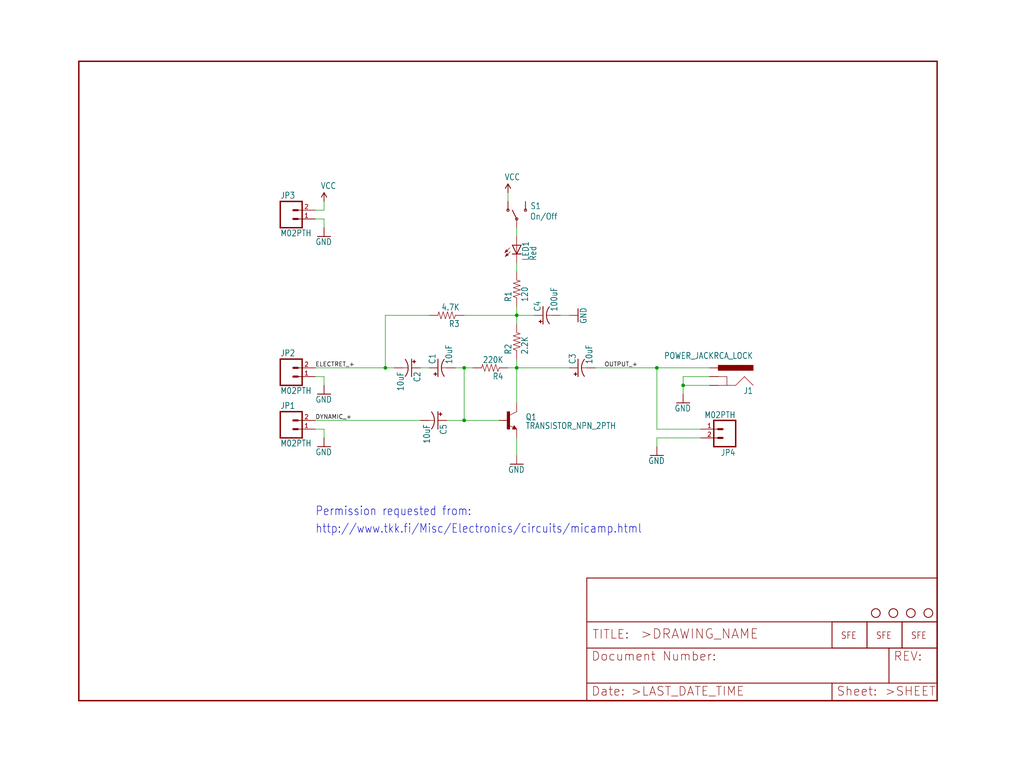
<source format=kicad_sch>
(kicad_sch (version 20211123) (generator eeschema)
  (paper "User" 297.002 223.926)
  (lib_symbols
    (symbol "schematicEagle-eagle-import:CAP_POLPTH1"
      (property "Reference" "C" (at 1.016 0.635 0))
      (property "Value" "CAP_POLPTH1" (at 1.016 -4.191 0))
      (symbol "CAP_POLPTH1_1_0"
        (rectangle (start -2.253 0.668) (end -1.364 0.795) (fill (type outline)))
        (rectangle (start -1.872 0.287) (end -1.745 1.176) (fill (type outline)))
        (arc (start 0 -1.0161) (mid -1.3021 -1.2302) (end -2.4669 -1.8504) (stroke (width 0.254)))
        (polyline (pts (xy -2.54 0) (xy 2.54 0)) (stroke (width 0.254)))
        (polyline (pts (xy 0 -1.016) (xy 0 -2.54)) (stroke (width 0.1524)))
        (arc (start 2.4892 -1.8542) (mid 1.3158 -1.2195) (end 0 -1) (stroke (width 0.254)))
        (pin passive line (at 0 2.54 270) (length 2.54) (name "+") (number "1"))
        (pin passive line (at 0 -5.08 90) (length 2.54) (name "-") (number "2"))
      )
    )
    (symbol "schematicEagle-eagle-import:CAP_POLPTH2"
      (property "Reference" "C" (at 1.016 0.635 0))
      (property "Value" "CAP_POLPTH2" (at 1.016 -4.191 0))
      (symbol "CAP_POLPTH2_1_0"
        (rectangle (start -2.253 0.668) (end -1.364 0.795) (fill (type outline)))
        (rectangle (start -1.872 0.287) (end -1.745 1.176) (fill (type outline)))
        (arc (start 0 -1.0161) (mid -1.3021 -1.2302) (end -2.4669 -1.8504) (stroke (width 0.254)))
        (polyline (pts (xy -2.54 0) (xy 2.54 0)) (stroke (width 0.254)))
        (polyline (pts (xy 0 -1.016) (xy 0 -2.54)) (stroke (width 0.1524)))
        (arc (start 2.4892 -1.8542) (mid 1.3158 -1.2195) (end 0 -1) (stroke (width 0.254)))
        (pin passive line (at 0 2.54 270) (length 2.54) (name "+") (number "1"))
        (pin passive line (at 0 -5.08 90) (length 2.54) (name "-") (number "2"))
      )
    )
    (symbol "schematicEagle-eagle-import:FRAME-LETTER"
      (symbol "FRAME-LETTER_1_0"
        (polyline (pts (xy 0 0) (xy 248.92 0)) (stroke (width 0.4064)))
        (polyline (pts (xy 0 185.42) (xy 0 0)) (stroke (width 0.4064)))
        (polyline (pts (xy 0 185.42) (xy 248.92 185.42)) (stroke (width 0.4064)))
        (polyline (pts (xy 248.92 185.42) (xy 248.92 0)) (stroke (width 0.4064)))
      )
      (symbol "FRAME-LETTER_2_0"
        (polyline (pts (xy 0 0) (xy 0 5.08)) (stroke (width 0.254)))
        (polyline (pts (xy 0 0) (xy 71.12 0)) (stroke (width 0.254)))
        (polyline (pts (xy 0 5.08) (xy 0 15.24)) (stroke (width 0.254)))
        (polyline (pts (xy 0 5.08) (xy 71.12 5.08)) (stroke (width 0.254)))
        (polyline (pts (xy 0 15.24) (xy 0 22.86)) (stroke (width 0.254)))
        (polyline (pts (xy 0 22.86) (xy 0 35.56)) (stroke (width 0.254)))
        (polyline (pts (xy 0 22.86) (xy 101.6 22.86)) (stroke (width 0.254)))
        (polyline (pts (xy 71.12 0) (xy 101.6 0)) (stroke (width 0.254)))
        (polyline (pts (xy 71.12 5.08) (xy 71.12 0)) (stroke (width 0.254)))
        (polyline (pts (xy 71.12 5.08) (xy 87.63 5.08)) (stroke (width 0.254)))
        (polyline (pts (xy 87.63 5.08) (xy 101.6 5.08)) (stroke (width 0.254)))
        (polyline (pts (xy 87.63 15.24) (xy 0 15.24)) (stroke (width 0.254)))
        (polyline (pts (xy 87.63 15.24) (xy 87.63 5.08)) (stroke (width 0.254)))
        (polyline (pts (xy 101.6 5.08) (xy 101.6 0)) (stroke (width 0.254)))
        (polyline (pts (xy 101.6 15.24) (xy 87.63 15.24)) (stroke (width 0.254)))
        (polyline (pts (xy 101.6 15.24) (xy 101.6 5.08)) (stroke (width 0.254)))
        (polyline (pts (xy 101.6 22.86) (xy 101.6 15.24)) (stroke (width 0.254)))
        (polyline (pts (xy 101.6 35.56) (xy 0 35.56)) (stroke (width 0.254)))
        (polyline (pts (xy 101.6 35.56) (xy 101.6 22.86)) (stroke (width 0.254)))
        (text ">DRAWING_NAME" (at 15.494 17.78 0) (effects (font (size 2.7432 2.7432)) (justify left bottom)))
        (text ">LAST_DATE_TIME" (at 12.7 1.27 0) (effects (font (size 2.54 2.54)) (justify left bottom)))
        (text ">SHEET" (at 86.36 1.27 0) (effects (font (size 2.54 2.54)) (justify left bottom)))
        (text "Date:" (at 1.27 1.27 0) (effects (font (size 2.54 2.54)) (justify left bottom)))
        (text "Document Number:" (at 1.27 11.43 0) (effects (font (size 2.54 2.54)) (justify left bottom)))
        (text "REV:" (at 88.9 11.43 0) (effects (font (size 2.54 2.54)) (justify left bottom)))
        (text "Sheet:" (at 72.39 1.27 0) (effects (font (size 2.54 2.54)) (justify left bottom)))
        (text "TITLE:" (at 1.524 17.78 0) (effects (font (size 2.54 2.54)) (justify left bottom)))
      )
    )
    (symbol "schematicEagle-eagle-import:GND" (power)
      (property "Value" "GND" (at -2.54 -2.54 0))
      (symbol "GND_1_0"
        (polyline (pts (xy -1.905 0) (xy 1.905 0)) (stroke (width 0.254)))
        (pin power_in line (at 0 2.54 270) (length 2.54) (name "GND") (number "1"))
      )
    )
    (symbol "schematicEagle-eagle-import:LED5MM"
      (property "Reference" "LED" (at 3.556 -4.572 90))
      (property "Value" "LED5MM" (at 5.715 -4.572 90))
      (symbol "LED5MM_1_0"
        (polyline (pts (xy -2.032 -0.762) (xy -3.429 -2.159)) (stroke (width 0.1524)))
        (polyline (pts (xy -1.905 -1.905) (xy -3.302 -3.302)) (stroke (width 0.1524)))
        (polyline (pts (xy 0 -2.54) (xy -1.27 -2.54)) (stroke (width 0.254)))
        (polyline (pts (xy 0 -2.54) (xy -1.27 0)) (stroke (width 0.254)))
        (polyline (pts (xy 0 0) (xy -1.27 0)) (stroke (width 0.254)))
        (polyline (pts (xy 0 0) (xy 0 -2.54)) (stroke (width 0.1524)))
        (polyline (pts (xy 1.27 -2.54) (xy 0 -2.54)) (stroke (width 0.254)))
        (polyline (pts (xy 1.27 0) (xy 0 -2.54)) (stroke (width 0.254)))
        (polyline (pts (xy 1.27 0) (xy 0 0)) (stroke (width 0.254)))
        (polyline (pts (xy -3.429 -2.159) (xy -3.048 -1.27) (xy -2.54 -1.778)) (fill (type outline)))
        (polyline (pts (xy -3.302 -3.302) (xy -2.921 -2.413) (xy -2.413 -2.921)) (fill (type outline)))
        (pin passive line (at 0 2.54 270) (length 2.54) (name "A") (number "A"))
        (pin passive line (at 0 -5.08 90) (length 2.54) (name "C") (number "K"))
      )
    )
    (symbol "schematicEagle-eagle-import:LOGO-SFENW2"
      (symbol "LOGO-SFENW2_1_0"
        (polyline (pts (xy -2.54 -2.54) (xy 7.62 -2.54)) (stroke (width 0.254)))
        (polyline (pts (xy -2.54 5.08) (xy -2.54 -2.54)) (stroke (width 0.254)))
        (polyline (pts (xy 7.62 -2.54) (xy 7.62 5.08)) (stroke (width 0.254)))
        (polyline (pts (xy 7.62 5.08) (xy -2.54 5.08)) (stroke (width 0.254)))
        (text "SFE" (at 0 0 0) (effects (font (size 1.9304 1.6408)) (justify left bottom)))
      )
    )
    (symbol "schematicEagle-eagle-import:LOGO-SFESK"
      (symbol "LOGO-SFESK_1_0"
        (polyline (pts (xy -2.54 -2.54) (xy 7.62 -2.54)) (stroke (width 0.254)))
        (polyline (pts (xy -2.54 5.08) (xy -2.54 -2.54)) (stroke (width 0.254)))
        (polyline (pts (xy 7.62 -2.54) (xy 7.62 5.08)) (stroke (width 0.254)))
        (polyline (pts (xy 7.62 5.08) (xy -2.54 5.08)) (stroke (width 0.254)))
        (text "SFE" (at 0 0 0) (effects (font (size 1.9304 1.6408)) (justify left bottom)))
      )
    )
    (symbol "schematicEagle-eagle-import:M02PTH"
      (property "Reference" "JP" (at -2.54 5.842 0))
      (property "Value" "M02PTH" (at -2.54 -5.08 0))
      (symbol "M02PTH_1_0"
        (polyline (pts (xy -2.54 5.08) (xy -2.54 -2.54)) (stroke (width 0.4064)))
        (polyline (pts (xy -2.54 5.08) (xy 3.81 5.08)) (stroke (width 0.4064)))
        (polyline (pts (xy 1.27 0) (xy 2.54 0)) (stroke (width 0.6096)))
        (polyline (pts (xy 1.27 2.54) (xy 2.54 2.54)) (stroke (width 0.6096)))
        (polyline (pts (xy 3.81 -2.54) (xy -2.54 -2.54)) (stroke (width 0.4064)))
        (polyline (pts (xy 3.81 -2.54) (xy 3.81 5.08)) (stroke (width 0.4064)))
        (pin passive line (at 7.62 0 180) (length 5.08) (name "1") (number "1"))
        (pin passive line (at 7.62 2.54 180) (length 5.08) (name "2") (number "2"))
      )
    )
    (symbol "schematicEagle-eagle-import:POWER_JACKRCA_LOCK"
      (property "Reference" "J" (at -10.16 0 0))
      (property "Value" "POWER_JACKRCA_LOCK" (at -10.16 10.16 0))
      (symbol "POWER_JACKRCA_LOCK_1_0"
        (rectangle (start -10.16 6.858) (end 0 8.382) (fill (type outline)))
        (polyline (pts (xy -10.16 2.54) (xy -7.62 5.08)) (stroke (width 0.1524)))
        (polyline (pts (xy -7.62 5.08) (xy -5.08 2.54)) (stroke (width 0.1524)))
        (polyline (pts (xy -5.08 2.54) (xy -2.54 2.54)) (stroke (width 0.1524)))
        (polyline (pts (xy -2.54 2.54) (xy -2.54 5.08)) (stroke (width 0.1524)))
        (polyline (pts (xy -2.54 2.54) (xy 0 2.54)) (stroke (width 0.1524)))
        (polyline (pts (xy -2.54 5.08) (xy 0 5.08)) (stroke (width 0.1524)))
        (pin bidirectional line (at 2.54 2.54 180) (length 2.54) (name "GND") (number "BARREL"))
        (pin bidirectional line (at 2.54 7.62 180) (length 2.54) (name "PWR") (number "BREAK"))
        (pin bidirectional line (at 2.54 5.08 180) (length 2.54) (name "GNDBREAK") (number "SPRING"))
      )
    )
    (symbol "schematicEagle-eagle-import:RESISTORPTH1"
      (property "Reference" "R" (at -3.81 1.4986 0))
      (property "Value" "RESISTORPTH1" (at -3.81 -3.302 0))
      (symbol "RESISTORPTH1_1_0"
        (polyline (pts (xy -2.54 0) (xy -2.159 1.016)) (stroke (width 0.1524)))
        (polyline (pts (xy -2.159 1.016) (xy -1.524 -1.016)) (stroke (width 0.1524)))
        (polyline (pts (xy -1.524 -1.016) (xy -0.889 1.016)) (stroke (width 0.1524)))
        (polyline (pts (xy -0.889 1.016) (xy -0.254 -1.016)) (stroke (width 0.1524)))
        (polyline (pts (xy -0.254 -1.016) (xy 0.381 1.016)) (stroke (width 0.1524)))
        (polyline (pts (xy 0.381 1.016) (xy 1.016 -1.016)) (stroke (width 0.1524)))
        (polyline (pts (xy 1.016 -1.016) (xy 1.651 1.016)) (stroke (width 0.1524)))
        (polyline (pts (xy 1.651 1.016) (xy 2.286 -1.016)) (stroke (width 0.1524)))
        (polyline (pts (xy 2.286 -1.016) (xy 2.54 0)) (stroke (width 0.1524)))
        (pin passive line (at -5.08 0 0) (length 2.54) (name "1") (number "P$1"))
        (pin passive line (at 5.08 0 180) (length 2.54) (name "2") (number "P$2"))
      )
    )
    (symbol "schematicEagle-eagle-import:STAND-OFF"
      (symbol "STAND-OFF_1_0"
        (circle (center 0 0) (radius 1.27) (stroke (width 0.254)))
      )
    )
    (symbol "schematicEagle-eagle-import:SWITCH-SPSTPTH_LOCK"
      (property "Reference" "S" (at -1.905 -6.35 0))
      (property "Value" "SWITCH-SPSTPTH_LOCK" (at -2.54 3.81 0))
      (symbol "SWITCH-SPSTPTH_LOCK_1_0"
        (polyline (pts (xy 0 0) (xy 2.54 1.27)) (stroke (width 0.254)))
        (polyline (pts (xy 2.54 -2.54) (xy 3.175 -2.54)) (stroke (width 0.127)))
        (polyline (pts (xy 2.54 2.54) (xy 3.175 2.54)) (stroke (width 0.1524)))
        (circle (center 0 0) (radius 0.3592) (stroke (width 0.2032)))
        (circle (center 2.54 -2.54) (radius 0.3592) (stroke (width 0.2032)))
        (circle (center 2.54 2.54) (radius 0.3592) (stroke (width 0.2032)))
        (pin passive line (at 5.08 2.54 180) (length 2.54) (name "O") (number "1"))
        (pin passive line (at -2.54 0 0) (length 2.54) (name "P") (number "2"))
        (pin passive line (at 5.08 -2.54 180) (length 2.54) (name "S") (number "3"))
      )
    )
    (symbol "schematicEagle-eagle-import:TRANSISTOR_NPN_2PTH"
      (property "Value" "TRANSISTOR_NPN_2PTH" (at 5.08 -2.54 0))
      (symbol "TRANSISTOR_NPN_2PTH_1_0"
        (rectangle (start -0.254 -2.54) (end 0.508 2.54) (fill (type outline)))
        (polyline (pts (xy 1.27 -2.54) (xy 1.778 -1.524)) (stroke (width 0.1524)))
        (polyline (pts (xy 1.524 -2.413) (xy 2.286 -2.413)) (stroke (width 0.254)))
        (polyline (pts (xy 1.524 -2.286) (xy 1.905 -2.286)) (stroke (width 0.254)))
        (polyline (pts (xy 1.54 -2.04) (xy 0.308 -1.424)) (stroke (width 0.1524)))
        (polyline (pts (xy 1.778 -1.778) (xy 1.524 -2.286)) (stroke (width 0.254)))
        (polyline (pts (xy 1.778 -1.524) (xy 2.54 -2.54)) (stroke (width 0.1524)))
        (polyline (pts (xy 1.905 -2.286) (xy 1.778 -2.032)) (stroke (width 0.254)))
        (polyline (pts (xy 2.286 -2.413) (xy 1.778 -1.778)) (stroke (width 0.254)))
        (polyline (pts (xy 2.54 -2.54) (xy 1.27 -2.54)) (stroke (width 0.1524)))
        (polyline (pts (xy 2.54 2.54) (xy 0.508 1.524)) (stroke (width 0.1524)))
        (pin passive line (at 2.54 5.08 270) (length 2.54) (name "C") (number "1"))
        (pin passive line (at -2.54 0 0) (length 2.54) (name "B") (number "2"))
        (pin passive line (at 2.54 -5.08 90) (length 2.54) (name "E") (number "3"))
      )
    )
    (symbol "schematicEagle-eagle-import:VCC" (power)
      (property "Value" "VCC" (at -1.016 3.556 0))
      (symbol "VCC_1_0"
        (polyline (pts (xy 0 2.54) (xy -0.762 1.27)) (stroke (width 0.254)))
        (polyline (pts (xy 0.762 1.27) (xy 0 2.54)) (stroke (width 0.254)))
        (pin power_in line (at 0 0 90) (length 2.54) (name "VCC") (number "1"))
      )
    )
  )
  (junction (at 149.86 91.44))
  (junction (at 198.12 111.76))
  (junction (at 134.62 121.92))
  (junction (at 111.76 106.68))
  (junction (at 149.86 106.68))
  (junction (at 190.5 106.68))
  (junction (at 134.62 106.68))
  (wire (pts (xy 129.54 121.92) (xy 134.62 121.92)))
  (wire (pts (xy 144.78 121.92) (xy 134.62 121.92)))
  (wire (pts (xy 149.86 66.04) (xy 149.86 68.58)))
  (wire (pts (xy 149.86 106.68) (xy 149.86 104.14)))
  (wire (pts (xy 205.74 111.76) (xy 198.12 111.76)))
  (wire (pts (xy 121.92 106.68) (xy 124.46 106.68)))
  (wire (pts (xy 134.62 106.68) (xy 137.16 106.68)))
  (wire (pts (xy 190.5 106.68) (xy 205.74 106.68)))
  (wire (pts (xy 149.86 78.74) (xy 149.86 76.2)))
  (wire (pts (xy 147.32 106.68) (xy 149.86 106.68)))
  (wire (pts (xy 91.44 63.5) (xy 93.98 63.5)))
  (wire (pts (xy 149.86 93.98) (xy 149.86 91.44)))
  (wire (pts (xy 114.3 106.68) (xy 111.76 106.68)))
  (wire (pts (xy 154.94 91.44) (xy 149.86 91.44)))
  (wire (pts (xy 165.1 91.44) (xy 162.56 91.44)))
  (wire (pts (xy 205.74 109.22) (xy 198.12 109.22)))
  (wire (pts (xy 198.12 109.22) (xy 198.12 111.76)))
  (wire (pts (xy 149.86 91.44) (xy 134.62 91.44)))
  (wire (pts (xy 172.72 106.68) (xy 190.5 106.68)))
  (wire (pts (xy 91.44 60.96) (xy 93.98 60.96)))
  (wire (pts (xy 93.98 124.46) (xy 93.98 127)))
  (wire (pts (xy 121.92 121.92) (xy 91.44 121.92)))
  (wire (pts (xy 91.44 124.46) (xy 93.98 124.46)))
  (wire (pts (xy 149.86 116.84) (xy 149.86 106.68)))
  (wire (pts (xy 190.5 127) (xy 190.5 129.54)))
  (wire (pts (xy 149.86 91.44) (xy 149.86 88.9)))
  (wire (pts (xy 203.2 127) (xy 190.5 127)))
  (wire (pts (xy 190.5 124.46) (xy 203.2 124.46)))
  (wire (pts (xy 91.44 109.22) (xy 93.98 109.22)))
  (wire (pts (xy 190.5 106.68) (xy 190.5 124.46)))
  (wire (pts (xy 198.12 111.76) (xy 198.12 114.3)))
  (wire (pts (xy 147.32 55.88) (xy 147.32 58.42)))
  (wire (pts (xy 111.76 106.68) (xy 111.76 91.44)))
  (wire (pts (xy 93.98 109.22) (xy 93.98 111.76)))
  (wire (pts (xy 134.62 121.92) (xy 134.62 106.68)))
  (wire (pts (xy 149.86 132.08) (xy 149.86 127)))
  (wire (pts (xy 93.98 60.96) (xy 93.98 58.42)))
  (wire (pts (xy 111.76 91.44) (xy 124.46 91.44)))
  (wire (pts (xy 149.86 106.68) (xy 165.1 106.68)))
  (wire (pts (xy 111.76 106.68) (xy 91.44 106.68)))
  (wire (pts (xy 132.08 106.68) (xy 134.62 106.68)))
  (wire (pts (xy 93.98 63.5) (xy 93.98 66.04)))
  (text "Permission requested from:" (at 91.44 149.86 180) (effects (font (size 2.54 2.159)) (justify left bottom)))
  (text "http://www.tkk.fi/Misc/Electronics/circuits/micamp.html" (at 91.44 154.94 0) (effects (font (size 2.54 2.159)) (justify left bottom)))
  (label "ELECTRET_+" (at 91.44 106.68 0) (effects (font (size 1.2446 1.2446))))
  (label "DYNAMIC_+" (at 91.44 121.92 0) (effects (font (size 1.2446 1.2446))))
  (label "OUTPUT_+" (at 175.26 106.68 0) (effects (font (size 1.2446 1.2446))))
  (symbol (lib_id "schematicEagle-eagle-import:FRAME-LETTER") (at 170.18 203.2 0) (unit 2)
    (property "Reference" "#FRAME1" (effects hide))
    (property "Value" "FRAME-LETTER" (effects hide))
    (property "Footprint" "schematicEagle:" (effects hide))
  )
  (symbol (lib_id "schematicEagle-eagle-import:STAND-OFF") (at 264.16 177.8 0) (unit 1)
    (property "Reference" "U$3" (effects hide))
    (property "Value" "STAND-OFF" (effects hide))
    (property "Footprint" "schematicEagle:STAND-OFF" (effects hide))
  )
  (symbol (lib_id "schematicEagle-eagle-import:TRANSISTOR_NPN_2PTH") (at 147.32 121.92 0) (unit 1)
    (property "Reference" "Q1" (at 152.4 121.92 0) (effects (font (size 1.778 1.5113)) (justify left bottom)))
    (property "Value" "TRANSISTOR_NPN_2PTH" (at 152.4 124.46 0) (effects (font (size 1.778 1.5113)) (justify left bottom)))
    (property "Footprint" "schematicEagle:TO-92" (effects hide))
  )
  (symbol (lib_id "schematicEagle-eagle-import:GND") (at 149.86 134.62 0) (unit 1)
    (property "Reference" "#GND4" (effects hide))
    (property "Value" "GND" (at 147.32 137.16 0) (effects (font (size 1.778 1.5113)) (justify left bottom)))
    (property "Footprint" "schematicEagle:" (effects hide))
  )
  (symbol (lib_id "schematicEagle-eagle-import:FRAME-LETTER") (at 22.86 203.2 0) (unit 1)
    (property "Reference" "#FRAME1" (effects hide))
    (property "Value" "FRAME-LETTER" (effects hide))
    (property "Footprint" "schematicEagle:" (effects hide))
  )
  (symbol (lib_id "schematicEagle-eagle-import:GND") (at 190.5 132.08 0) (unit 1)
    (property "Reference" "#GND6" (effects hide))
    (property "Value" "GND" (at 187.96 134.62 0) (effects (font (size 1.778 1.5113)) (justify left bottom)))
    (property "Footprint" "schematicEagle:" (effects hide))
  )
  (symbol (lib_id "schematicEagle-eagle-import:LED5MM") (at 149.86 71.12 0) (unit 1)
    (property "Reference" "LED1" (at 153.416 75.692 90) (effects (font (size 1.778 1.5113)) (justify left bottom)))
    (property "Value" "Red" (at 155.575 75.692 90) (effects (font (size 1.778 1.5113)) (justify left bottom)))
    (property "Footprint" "schematicEagle:LED5MM" (effects hide))
  )
  (symbol (lib_id "schematicEagle-eagle-import:SWITCH-SPSTPTH_LOCK") (at 149.86 63.5 90) (unit 1)
    (property "Reference" "S1" (at 153.797 60.706 90) (effects (font (size 1.778 1.5113)) (justify right top)))
    (property "Value" "On/Off" (at 153.67 63.754 90) (effects (font (size 1.778 1.5113)) (justify right top)))
    (property "Footprint" "schematicEagle:SWITCH-SPDT_LOCK.007S" (effects hide))
  )
  (symbol (lib_id "schematicEagle-eagle-import:STAND-OFF") (at 269.24 177.8 0) (unit 1)
    (property "Reference" "U$2" (effects hide))
    (property "Value" "STAND-OFF" (effects hide))
    (property "Footprint" "schematicEagle:STAND-OFF" (effects hide))
  )
  (symbol (lib_id "schematicEagle-eagle-import:RESISTORPTH1") (at 142.24 106.68 180) (unit 1)
    (property "Reference" "R4" (at 146.05 108.1786 0) (effects (font (size 1.778 1.5113)) (justify left bottom)))
    (property "Value" "220K" (at 146.05 103.378 0) (effects (font (size 1.778 1.5113)) (justify left bottom)))
    (property "Footprint" "schematicEagle:AXIAL-0.3" (effects hide))
  )
  (symbol (lib_id "schematicEagle-eagle-import:VCC") (at 93.98 58.42 0) (unit 1)
    (property "Reference" "#P+2" (effects hide))
    (property "Value" "VCC" (at 92.964 54.864 0) (effects (font (size 1.778 1.5113)) (justify left bottom)))
    (property "Footprint" "schematicEagle:" (effects hide))
  )
  (symbol (lib_id "schematicEagle-eagle-import:GND") (at 93.98 114.3 0) (unit 1)
    (property "Reference" "#GND3" (effects hide))
    (property "Value" "GND" (at 91.44 116.84 0) (effects (font (size 1.778 1.5113)) (justify left bottom)))
    (property "Footprint" "schematicEagle:" (effects hide))
  )
  (symbol (lib_id "schematicEagle-eagle-import:CAP_POLPTH2") (at 127 121.92 270) (unit 1)
    (property "Reference" "C5" (at 127.635 122.936 0) (effects (font (size 1.778 1.5113)) (justify left bottom)))
    (property "Value" "10uF" (at 122.809 122.936 0) (effects (font (size 1.778 1.5113)) (justify left bottom)))
    (property "Footprint" "schematicEagle:CPOL-RADIAL-10UF-25V" (effects hide))
  )
  (symbol (lib_id "schematicEagle-eagle-import:M02PTH") (at 83.82 109.22 0) (unit 1)
    (property "Reference" "JP2" (at 81.28 103.378 0) (effects (font (size 1.778 1.5113)) (justify left bottom)))
    (property "Value" "M02PTH" (at 81.28 114.3 0) (effects (font (size 1.778 1.5113)) (justify left bottom)))
    (property "Footprint" "schematicEagle:1X02" (effects hide))
  )
  (symbol (lib_id "schematicEagle-eagle-import:GND") (at 93.98 68.58 0) (unit 1)
    (property "Reference" "#GND5" (effects hide))
    (property "Value" "GND" (at 91.44 71.12 0) (effects (font (size 1.778 1.5113)) (justify left bottom)))
    (property "Footprint" "schematicEagle:" (effects hide))
  )
  (symbol (lib_id "schematicEagle-eagle-import:M02PTH") (at 83.82 124.46 0) (unit 1)
    (property "Reference" "JP1" (at 81.28 118.618 0) (effects (font (size 1.778 1.5113)) (justify left bottom)))
    (property "Value" "M02PTH" (at 81.28 129.54 0) (effects (font (size 1.778 1.5113)) (justify left bottom)))
    (property "Footprint" "schematicEagle:1X02" (effects hide))
  )
  (symbol (lib_id "schematicEagle-eagle-import:RESISTORPTH1") (at 149.86 83.82 90) (unit 1)
    (property "Reference" "R1" (at 148.3614 87.63 0) (effects (font (size 1.778 1.5113)) (justify left bottom)))
    (property "Value" "120" (at 153.162 87.63 0) (effects (font (size 1.778 1.5113)) (justify left bottom)))
    (property "Footprint" "schematicEagle:AXIAL-0.3" (effects hide))
  )
  (symbol (lib_id "schematicEagle-eagle-import:GND") (at 198.12 116.84 0) (unit 1)
    (property "Reference" "#GND7" (effects hide))
    (property "Value" "GND" (at 195.58 119.38 0) (effects (font (size 1.778 1.5113)) (justify left bottom)))
    (property "Footprint" "schematicEagle:" (effects hide))
  )
  (symbol (lib_id "schematicEagle-eagle-import:RESISTORPTH1") (at 149.86 99.06 90) (unit 1)
    (property "Reference" "R2" (at 148.3614 102.87 0) (effects (font (size 1.778 1.5113)) (justify left bottom)))
    (property "Value" "2.2K" (at 153.162 102.87 0) (effects (font (size 1.778 1.5113)) (justify left bottom)))
    (property "Footprint" "schematicEagle:AXIAL-0.3" (effects hide))
  )
  (symbol (lib_id "schematicEagle-eagle-import:LOGO-SFENW2") (at 254 185.42 0) (unit 1)
    (property "Reference" "JP6" (effects hide))
    (property "Value" "LOGO-SFENW2" (effects hide))
    (property "Footprint" "schematicEagle:SFE-NEW-WEB" (effects hide))
  )
  (symbol (lib_id "schematicEagle-eagle-import:GND") (at 167.64 91.44 90) (unit 1)
    (property "Reference" "#GND2" (effects hide))
    (property "Value" "GND" (at 170.18 93.98 0) (effects (font (size 1.778 1.5113)) (justify left bottom)))
    (property "Footprint" "schematicEagle:" (effects hide))
  )
  (symbol (lib_id "schematicEagle-eagle-import:LOGO-SFESK") (at 243.84 185.42 0) (unit 1)
    (property "Reference" "U$6" (effects hide))
    (property "Value" "LOGO-SFESK" (effects hide))
    (property "Footprint" "schematicEagle:SFE-LOGO-FLAME" (effects hide))
  )
  (symbol (lib_id "schematicEagle-eagle-import:LOGO-SFESK") (at 264.16 185.42 0) (unit 1)
    (property "Reference" "U$1" (effects hide))
    (property "Value" "LOGO-SFESK" (effects hide))
    (property "Footprint" "schematicEagle:SFE-LOGO-FLAME" (effects hide))
  )
  (symbol (lib_id "schematicEagle-eagle-import:CAP_POLPTH2") (at 127 106.68 90) (unit 1)
    (property "Reference" "C1" (at 126.365 105.664 0) (effects (font (size 1.778 1.5113)) (justify left bottom)))
    (property "Value" "10uF" (at 131.191 105.664 0) (effects (font (size 1.778 1.5113)) (justify left bottom)))
    (property "Footprint" "schematicEagle:CPOL-RADIAL-10UF-25V" (effects hide))
  )
  (symbol (lib_id "schematicEagle-eagle-import:CAP_POLPTH1") (at 157.48 91.44 90) (unit 1)
    (property "Reference" "C4" (at 156.845 90.424 0) (effects (font (size 1.778 1.5113)) (justify left bottom)))
    (property "Value" "100uF" (at 161.671 90.424 0) (effects (font (size 1.778 1.5113)) (justify left bottom)))
    (property "Footprint" "schematicEagle:CPOL-RADIAL-100UF-25V" (effects hide))
  )
  (symbol (lib_id "schematicEagle-eagle-import:STAND-OFF") (at 254 177.8 0) (unit 1)
    (property "Reference" "U$5" (effects hide))
    (property "Value" "STAND-OFF" (effects hide))
    (property "Footprint" "schematicEagle:STAND-OFF" (effects hide))
  )
  (symbol (lib_id "schematicEagle-eagle-import:STAND-OFF") (at 259.08 177.8 0) (unit 1)
    (property "Reference" "U$4" (effects hide))
    (property "Value" "STAND-OFF" (effects hide))
    (property "Footprint" "schematicEagle:STAND-OFF" (effects hide))
  )
  (symbol (lib_id "schematicEagle-eagle-import:CAP_POLPTH2") (at 119.38 106.68 270) (unit 1)
    (property "Reference" "C2" (at 120.015 107.696 0) (effects (font (size 1.778 1.5113)) (justify left bottom)))
    (property "Value" "10uF" (at 115.189 107.696 0) (effects (font (size 1.778 1.5113)) (justify left bottom)))
    (property "Footprint" "schematicEagle:CPOL-RADIAL-10UF-25V" (effects hide))
  )
  (symbol (lib_id "schematicEagle-eagle-import:POWER_JACKRCA_LOCK") (at 208.28 114.3 0) (mirror y) (unit 1)
    (property "Reference" "J1" (at 218.44 114.3 0) (effects (font (size 1.778 1.5113)) (justify left bottom)))
    (property "Value" "POWER_JACKRCA_LOCK" (at 218.44 104.14 0) (effects (font (size 1.778 1.5113)) (justify left bottom)))
    (property "Footprint" "schematicEagle:RCA_LOCK" (effects hide))
  )
  (symbol (lib_id "schematicEagle-eagle-import:VCC") (at 147.32 55.88 0) (unit 1)
    (property "Reference" "#P+1" (effects hide))
    (property "Value" "VCC" (at 146.304 52.324 0) (effects (font (size 1.778 1.5113)) (justify left bottom)))
    (property "Footprint" "schematicEagle:" (effects hide))
  )
  (symbol (lib_id "schematicEagle-eagle-import:GND") (at 93.98 129.54 0) (unit 1)
    (property "Reference" "#GND1" (effects hide))
    (property "Value" "GND" (at 91.44 132.08 0) (effects (font (size 1.778 1.5113)) (justify left bottom)))
    (property "Footprint" "schematicEagle:" (effects hide))
  )
  (symbol (lib_id "schematicEagle-eagle-import:M02PTH") (at 210.82 124.46 180) (unit 1)
    (property "Reference" "JP4" (at 213.36 130.302 0) (effects (font (size 1.778 1.5113)) (justify left bottom)))
    (property "Value" "M02PTH" (at 213.36 119.38 0) (effects (font (size 1.778 1.5113)) (justify left bottom)))
    (property "Footprint" "schematicEagle:1X02" (effects hide))
  )
  (symbol (lib_id "schematicEagle-eagle-import:RESISTORPTH1") (at 129.54 91.44 180) (unit 1)
    (property "Reference" "R3" (at 133.35 92.9386 0) (effects (font (size 1.778 1.5113)) (justify left bottom)))
    (property "Value" "4.7K" (at 133.35 88.138 0) (effects (font (size 1.778 1.5113)) (justify left bottom)))
    (property "Footprint" "schematicEagle:AXIAL-0.3" (effects hide))
  )
  (symbol (lib_id "schematicEagle-eagle-import:M02PTH") (at 83.82 63.5 0) (unit 1)
    (property "Reference" "JP3" (at 81.28 57.658 0) (effects (font (size 1.778 1.5113)) (justify left bottom)))
    (property "Value" "M02PTH" (at 81.28 68.58 0) (effects (font (size 1.778 1.5113)) (justify left bottom)))
    (property "Footprint" "schematicEagle:1X02" (effects hide))
  )
  (symbol (lib_id "schematicEagle-eagle-import:CAP_POLPTH2") (at 167.64 106.68 90) (unit 1)
    (property "Reference" "C3" (at 167.005 105.664 0) (effects (font (size 1.778 1.5113)) (justify left bottom)))
    (property "Value" "10uF" (at 171.831 105.664 0) (effects (font (size 1.778 1.5113)) (justify left bottom)))
    (property "Footprint" "schematicEagle:CPOL-RADIAL-10UF-25V" (effects hide))
  )
)
</source>
